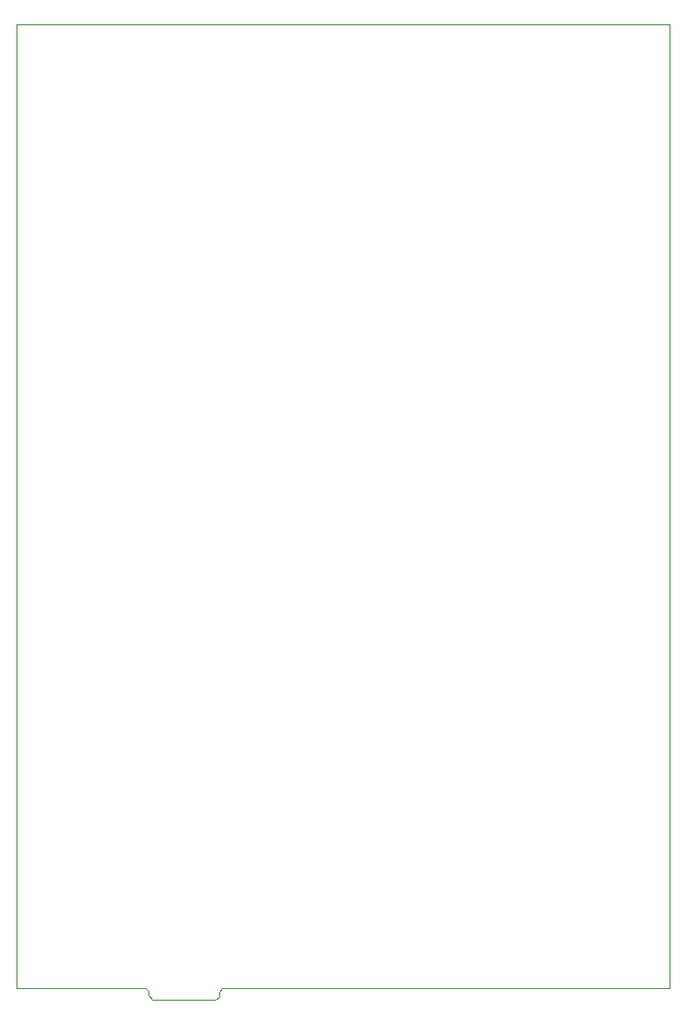
<source format=gbr>
%TF.GenerationSoftware,KiCad,Pcbnew,9.0.4*%
%TF.CreationDate,2025-10-16T13:30:46+09:00*%
%TF.ProjectId,HAM_Seminiar_Charger,48414d5f-5365-46d6-996e-6961725f4368,rev?*%
%TF.SameCoordinates,Original*%
%TF.FileFunction,Profile,NP*%
%FSLAX46Y46*%
G04 Gerber Fmt 4.6, Leading zero omitted, Abs format (unit mm)*
G04 Created by KiCad (PCBNEW 9.0.4) date 2025-10-16 13:30:46*
%MOMM*%
%LPD*%
G01*
G04 APERTURE LIST*
%TA.AperFunction,Profile*%
%ADD10C,0.050000*%
%TD*%
G04 APERTURE END LIST*
D10*
X149550000Y-131755000D02*
X144050000Y-131755000D01*
X143700000Y-131405000D02*
X143700000Y-131055000D01*
X132200000Y-46805000D02*
X189200000Y-46805000D01*
X132200000Y-47755000D02*
X132200000Y-46805000D01*
X149850000Y-131105000D02*
X149850000Y-131505000D01*
X150100000Y-130805000D02*
X149850000Y-131105000D01*
X151100000Y-130805000D02*
X150100000Y-130805000D01*
X143700000Y-131055000D02*
X143450000Y-130805000D01*
X143450000Y-130805000D02*
X132200000Y-130805000D01*
X189200000Y-46805000D02*
X189200000Y-130805000D01*
X144050000Y-131755000D02*
X143700000Y-131405000D01*
X189200000Y-130805000D02*
X151100000Y-130805000D01*
X132200000Y-130805000D02*
X132200000Y-47755000D01*
X149850000Y-131505000D02*
X149550000Y-131755000D01*
M02*

</source>
